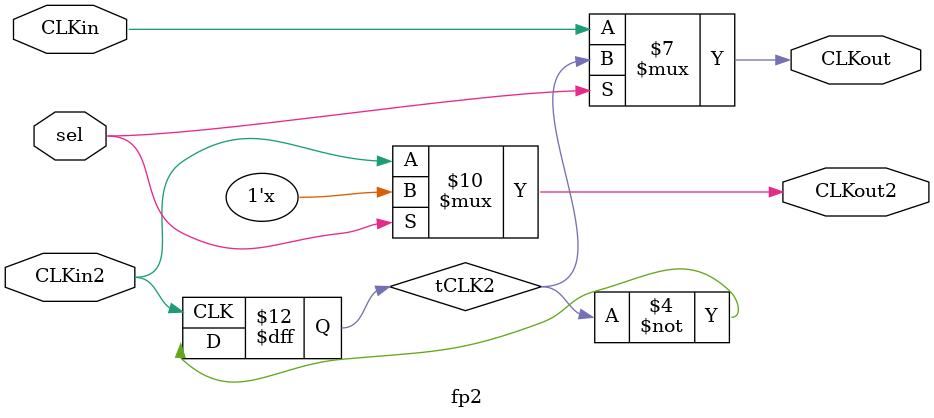
<source format=v>
module fp2(CLKin,CLKin2,CLKout,CLKout2,sel);
	input CLKin,CLKin2;
	input sel;
	reg tCLK,tCLK2;
	output reg CLKout,CLKout2;
	
	always @(posedge CLKin)begin
		tCLK=~tCLK;
	end
	
	always @(posedge CLKin2)begin
		tCLK2=~tCLK2;
	end
	
	always @(sel) begin
		if(sel)begin
			CLKout=tCLK;
			CLKout=tCLK2;
		end else begin
			CLKout=CLKin;
			CLKout2=CLKin2;
		end
	end

endmodule

</source>
